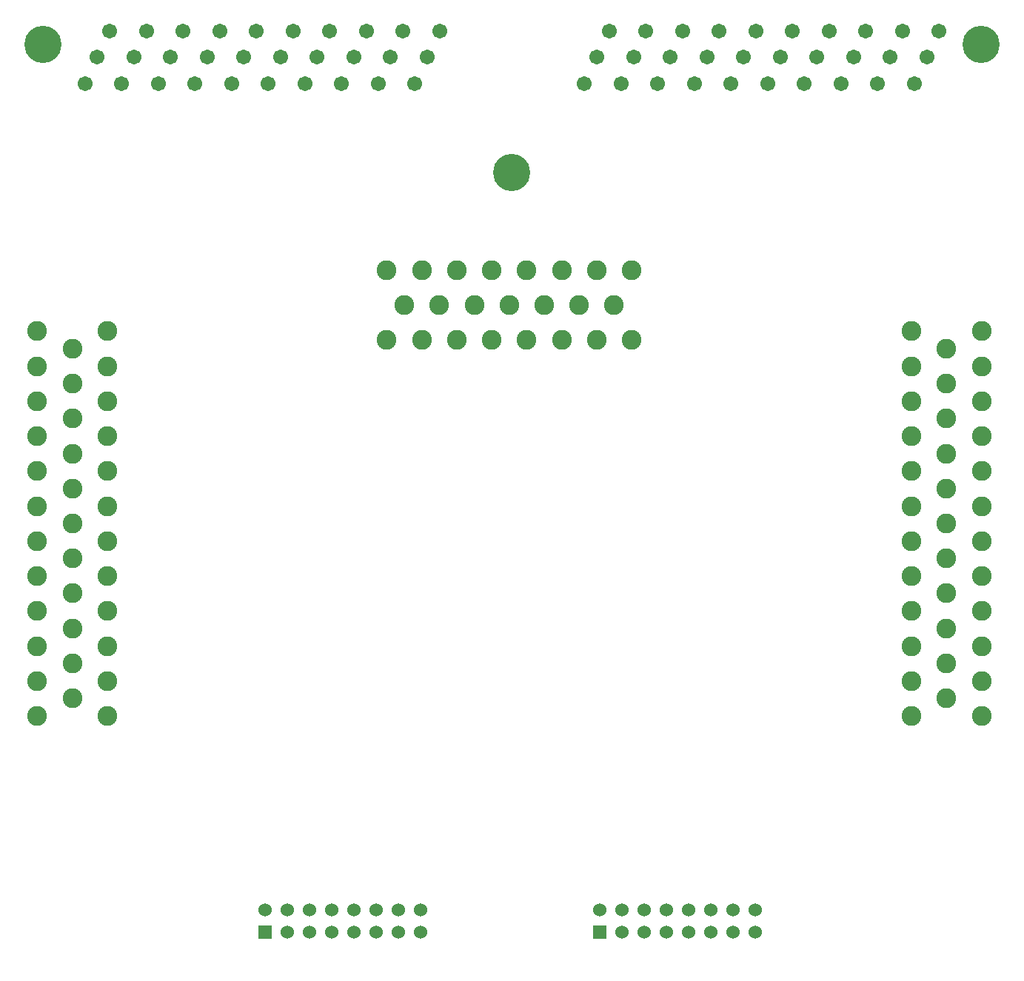
<source format=gts>
G04 #@! TF.GenerationSoftware,KiCad,Pcbnew,(5.1.8)-1*
G04 #@! TF.CreationDate,2021-01-07T21:43:29-06:00*
G04 #@! TF.ProjectId,5.0mustangProteusPnP,352e306d-7573-4746-916e-6750726f7465,R0.1*
G04 #@! TF.SameCoordinates,Original*
G04 #@! TF.FileFunction,Soldermask,Top*
G04 #@! TF.FilePolarity,Negative*
%FSLAX46Y46*%
G04 Gerber Fmt 4.6, Leading zero omitted, Abs format (unit mm)*
G04 Created by KiCad (PCBNEW (5.1.8)-1) date 2021-01-07 21:43:29*
%MOMM*%
%LPD*%
G01*
G04 APERTURE LIST*
%ADD10C,2.260752*%
%ADD11C,1.714652*%
%ADD12C,4.250152*%
%ADD13C,1.524152*%
G04 APERTURE END LIST*
D10*
X179716999Y-93500000D03*
X175717000Y-93500000D03*
X171717000Y-93500000D03*
X167717000Y-93500000D03*
X163717001Y-93500000D03*
X159717001Y-93500000D03*
X155717002Y-93500000D03*
X151717002Y-93500000D03*
X177717003Y-97500000D03*
X173717004Y-97500000D03*
X169717004Y-97500000D03*
X165717002Y-97500000D03*
X161717010Y-97500000D03*
X157717005Y-97500000D03*
X153717006Y-97500000D03*
X179716999Y-101499999D03*
X175717000Y-101499999D03*
X171717000Y-101499999D03*
X167717000Y-101499999D03*
X163717001Y-101499999D03*
X159717001Y-101499999D03*
X155717002Y-101499999D03*
X151717002Y-101499999D03*
X219717000Y-144500001D03*
X219717000Y-140500001D03*
X219717000Y-136500002D03*
X219717000Y-132500002D03*
X219717000Y-128500002D03*
X219717000Y-124500003D03*
X219717000Y-120500003D03*
X219717000Y-116500004D03*
X219717000Y-112500004D03*
X219717000Y-108500004D03*
X219717000Y-104500005D03*
X219717000Y-100500005D03*
X215717000Y-142499962D03*
X215717000Y-138499970D03*
X215717000Y-134499978D03*
X215717000Y-130474586D03*
X215717000Y-126499994D03*
X215717000Y-122500002D03*
X215717000Y-118500010D03*
X215717000Y-114525418D03*
X215717000Y-110500026D03*
X215717000Y-106500034D03*
X215717000Y-102500042D03*
X211717001Y-144500001D03*
X211717001Y-140500001D03*
X211717001Y-136500002D03*
X211717001Y-132500002D03*
X211717001Y-128500002D03*
X211717001Y-124500003D03*
X211717001Y-120500003D03*
X211717001Y-116500004D03*
X211717001Y-112500004D03*
X211717001Y-108500004D03*
X211717001Y-104500005D03*
X211717001Y-100500005D03*
X111753000Y-100499999D03*
X111753000Y-104499999D03*
X111753000Y-108499998D03*
X111753000Y-112499998D03*
X111753000Y-116499998D03*
X111753000Y-120499997D03*
X111753000Y-124499997D03*
X111753000Y-128499996D03*
X111753000Y-132499996D03*
X111753000Y-136499996D03*
X111753000Y-140499995D03*
X111753000Y-144499995D03*
X115753000Y-102500038D03*
X115753000Y-106500030D03*
X115753000Y-110500022D03*
X115753000Y-114525414D03*
X115753000Y-118500006D03*
X115753000Y-122499998D03*
X115753000Y-126499990D03*
X115753000Y-130474582D03*
X115753000Y-134499974D03*
X115753000Y-138499966D03*
X115753000Y-142499958D03*
X119752999Y-100499999D03*
X119752999Y-104499999D03*
X119752999Y-108499998D03*
X119752999Y-112499998D03*
X119752999Y-116499998D03*
X119752999Y-120499997D03*
X119752999Y-124499997D03*
X119752999Y-128499996D03*
X119752999Y-132499996D03*
X119752999Y-136499996D03*
X119752999Y-140499995D03*
X119752999Y-144499995D03*
D11*
X117195600Y-72212200D03*
X121386400Y-72212200D03*
X125577200Y-72212200D03*
X129768000Y-72212200D03*
X133958800Y-72212200D03*
X138149600Y-72212200D03*
X142340400Y-72212200D03*
X146531200Y-72212200D03*
X150722000Y-72212200D03*
X154912800Y-72212200D03*
X118611600Y-69187200D03*
X122802400Y-69187200D03*
X126993200Y-69187200D03*
X131184000Y-69187200D03*
X135374800Y-69187200D03*
X139565600Y-69187200D03*
X143756400Y-69187200D03*
X147947200Y-69187200D03*
X152138000Y-69187200D03*
X156328800Y-69187200D03*
X120027600Y-66162200D03*
X124218400Y-66162200D03*
X128409200Y-66162200D03*
X132600000Y-66162200D03*
X136790800Y-66162200D03*
X140981600Y-66162200D03*
X145172400Y-66162200D03*
X149363200Y-66162200D03*
X153554000Y-66162200D03*
X157744800Y-66162200D03*
X174316800Y-72212200D03*
X178507600Y-72212200D03*
X182698400Y-72212200D03*
X186889200Y-72212200D03*
X191080000Y-72212200D03*
X195270800Y-72212200D03*
X199461600Y-72212200D03*
X203652400Y-72212200D03*
X207843200Y-72212200D03*
X212034000Y-72212200D03*
X175732800Y-69187200D03*
X179923600Y-69187200D03*
X184114400Y-69187200D03*
X188305200Y-69187200D03*
X192496000Y-69187200D03*
X196686800Y-69187200D03*
X200877600Y-69187200D03*
X205068400Y-69187200D03*
X209259200Y-69187200D03*
X213450000Y-69187200D03*
X177148800Y-66162200D03*
X181339600Y-66162200D03*
X185530400Y-66162200D03*
X189721200Y-66162200D03*
X193912000Y-66162200D03*
X198102800Y-66162200D03*
X202293600Y-66162200D03*
X206484400Y-66162200D03*
X210675200Y-66162200D03*
X214866000Y-66162200D03*
D12*
X112400600Y-67712200D03*
X219643600Y-67712200D03*
X166022800Y-82352200D03*
G36*
G01*
X137061334Y-170012360D02*
X137061334Y-168488360D01*
G75*
G02*
X137061410Y-168488284I76J0D01*
G01*
X138585410Y-168488284D01*
G75*
G02*
X138585486Y-168488360I0J-76D01*
G01*
X138585486Y-170012360D01*
G75*
G02*
X138585410Y-170012436I-76J0D01*
G01*
X137061410Y-170012436D01*
G75*
G02*
X137061334Y-170012360I0J76D01*
G01*
G37*
D13*
X137823410Y-166710360D03*
X140363410Y-169250360D03*
X140363410Y-166710360D03*
X142903410Y-169250360D03*
X142903410Y-166710360D03*
X145443410Y-169250360D03*
X145443410Y-166710360D03*
X147983410Y-169250360D03*
X147983410Y-166710360D03*
X150523410Y-169250360D03*
X150523410Y-166710360D03*
X153063410Y-169250360D03*
X153063410Y-166710360D03*
X155603410Y-169250360D03*
X155603410Y-166710360D03*
G36*
G01*
X175267924Y-170012360D02*
X175267924Y-168488360D01*
G75*
G02*
X175268000Y-168488284I76J0D01*
G01*
X176792000Y-168488284D01*
G75*
G02*
X176792076Y-168488360I0J-76D01*
G01*
X176792076Y-170012360D01*
G75*
G02*
X176792000Y-170012436I-76J0D01*
G01*
X175268000Y-170012436D01*
G75*
G02*
X175267924Y-170012360I0J76D01*
G01*
G37*
X176030000Y-166710360D03*
X178570000Y-169250360D03*
X178570000Y-166710360D03*
X181110000Y-169250360D03*
X181110000Y-166710360D03*
X183650000Y-169250360D03*
X183650000Y-166710360D03*
X186190000Y-169250360D03*
X186190000Y-166710360D03*
X188730000Y-169250360D03*
X188730000Y-166710360D03*
X191270000Y-169250360D03*
X191270000Y-166710360D03*
X193810000Y-169250360D03*
X193810000Y-166710360D03*
M02*

</source>
